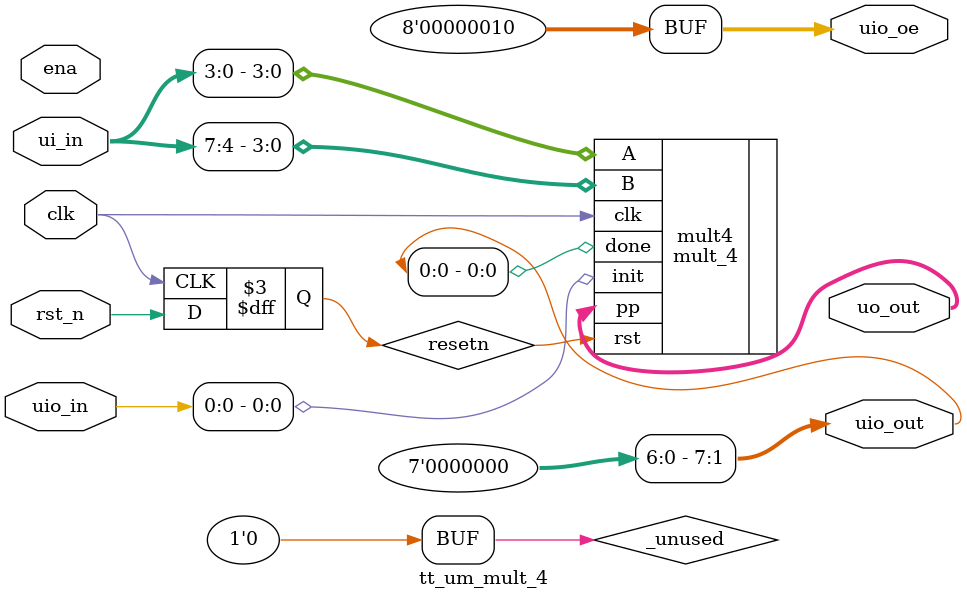
<source format=v>
/*
 * Copyright (c) 2024 Your Name
 * SPDX-License-Identifier: Apache-2.0
 */

`default_nettype none

module tt_um_mult_4 (
    input  wire [7:0] ui_in,    // Dedicated inputs
    output wire [7:0] uo_out,   // Dedicated outputs
    input  wire [7:0] uio_in,   // IOs: Input path
    output wire [7:0] uio_out,  // IOs: Output path
    output wire [7:0] uio_oe,   // IOs: Enable path (active high: 0=input, 1=output)
    input  wire       ena,      // always 1 when the design is powered, so you can ignore it
    input  wire       clk,      // clock
    input  wire       rst_n     // reset_n - low to reset
);

  // All output pins must be assigned. If not used, assign to 0.
  assign uio_out[7:1] = 0;
  assign uio_oe[0] = 1'b0;   // uio[0] es ENTRADA (init)
  assign uio_oe[1] = 1'b1;   // uio[1] es SALIDA (done)
  assign uio_oe[7:2] = 6'b0; // resto sin usar, como entradas

  // input reset:
  reg resetn;
  always @(negedge clk) resetn <=rst_n;
  
  //instance
  mult_4 mult4(
    .clk(clk),
    .rst(resetn),
    .A(ui_in[3:0]),
    .B(ui_in[7:4]),
    .pp(uo_out[7:0]),
    .init(uio_in[0]),
    .done(uio_out[0])
  );



  // List all unused inputs to prevent warnings
  wire _unused = &{ena,uio_in[7:1], 1'b0};


endmodule

</source>
